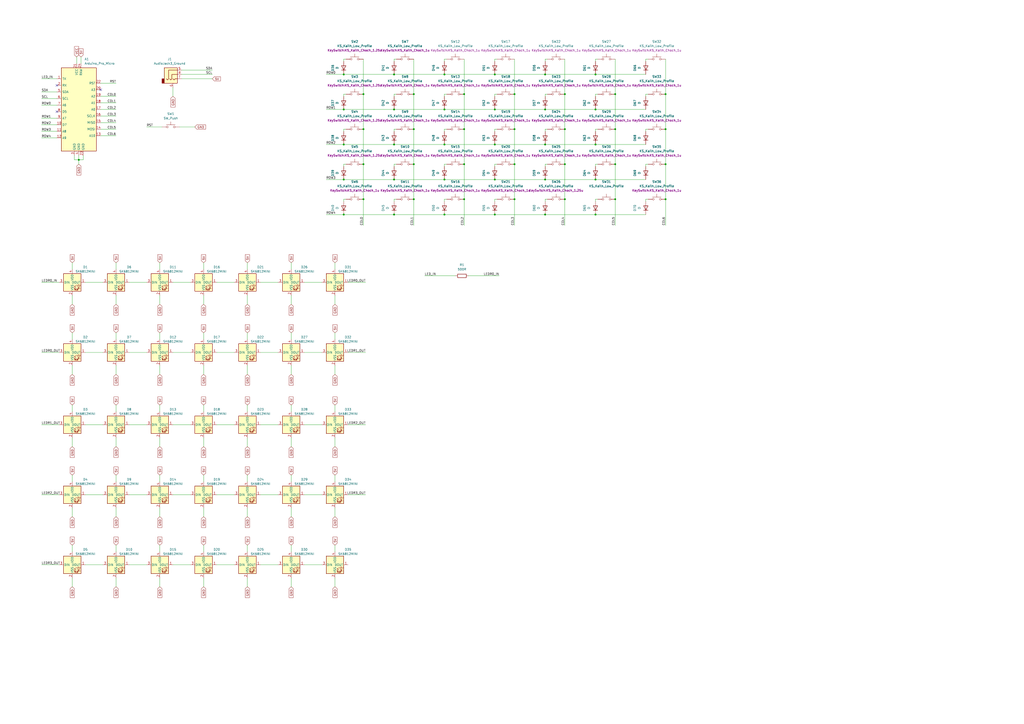
<source format=kicad_sch>
(kicad_sch (version 20211123) (generator eeschema)
  (paper "A2")
  (junction (at 228.6 43.18))
  (junction (at 257.81 43.18))
  (junction (at 327.66 74.93))
  (junction (at 345.44 124.46))
  (junction (at 199.39 104.14))
  (junction (at 228.6 83.82))
  (junction (at 210.82 115.57))
  (junction (at 316.23 83.82))
  (junction (at 269.24 54.61))
  (junction (at 287.02 83.82))
  (junction (at 199.39 124.46))
  (junction (at 240.03 74.93))
  (junction (at 287.02 124.46))
  (junction (at 316.23 43.18))
  (junction (at 386.08 74.93))
  (junction (at 327.66 115.57))
  (junction (at 345.44 83.82))
  (junction (at 228.6 63.5))
  (junction (at 257.81 63.5))
  (junction (at 199.39 43.18))
  (junction (at 210.82 74.93))
  (junction (at 257.81 104.14))
  (junction (at 327.66 95.25))
  (junction (at 240.03 95.25))
  (junction (at 345.44 63.5))
  (junction (at 345.44 43.18))
  (junction (at 356.87 74.93))
  (junction (at 269.24 74.93))
  (junction (at 298.45 54.61))
  (junction (at 327.66 54.61))
  (junction (at 228.6 104.14))
  (junction (at 345.44 104.14))
  (junction (at 287.02 104.14))
  (junction (at 257.81 124.46))
  (junction (at 298.45 115.57))
  (junction (at 298.45 74.93))
  (junction (at 316.23 104.14))
  (junction (at 228.6 124.46))
  (junction (at 316.23 124.46))
  (junction (at 316.23 63.5))
  (junction (at 386.08 115.57))
  (junction (at 356.87 115.57))
  (junction (at 269.24 95.25))
  (junction (at 356.87 54.61))
  (junction (at 287.02 43.18))
  (junction (at 356.87 95.25))
  (junction (at 257.81 83.82))
  (junction (at 287.02 63.5))
  (junction (at 240.03 54.61))
  (junction (at 199.39 83.82))
  (junction (at 298.45 95.25))
  (junction (at 45.72 92.71))
  (junction (at 210.82 95.25))
  (junction (at 386.08 54.61))
  (junction (at 199.39 63.5))
  (junction (at 210.82 54.61))
  (junction (at 240.03 115.57))
  (junction (at 269.24 115.57))
  (junction (at 386.08 95.25))
  (no_connect (at 33.02 64.77))
  (no_connect (at 58.42 52.07))
  (no_connect (at 33.02 49.53))
  (wire (pts (xy 345.44 55.88) (xy 345.44 54.61)))
  (wire (pts (xy 24.13 163.83) (xy 34.29 163.83)))
  (wire (pts (xy 118.11 234.95) (xy 118.11 238.76)))
  (wire (pts (xy 228.6 74.93) (xy 229.87 74.93)))
  (wire (pts (xy 125.73 204.47) (xy 135.89 204.47)))
  (wire (pts (xy 316.23 55.88) (xy 316.23 54.61)))
  (wire (pts (xy 105.41 40.64) (xy 123.19 40.64)))
  (wire (pts (xy 151.13 204.47) (xy 161.29 204.47)))
  (wire (pts (xy 58.42 63.5) (xy 67.31 63.5)))
  (wire (pts (xy 168.91 335.28) (xy 168.91 340.36)))
  (wire (pts (xy 199.39 54.61) (xy 200.66 54.61)))
  (wire (pts (xy 49.53 204.47) (xy 59.69 204.47)))
  (wire (pts (xy 41.91 171.45) (xy 41.91 176.53)))
  (wire (pts (xy 41.91 335.28) (xy 41.91 340.36)))
  (wire (pts (xy 327.66 115.57) (xy 327.66 130.81)))
  (wire (pts (xy 228.6 76.2) (xy 228.6 74.93)))
  (wire (pts (xy 228.6 54.61) (xy 229.87 54.61)))
  (wire (pts (xy 199.39 95.25) (xy 200.66 95.25)))
  (wire (pts (xy 386.08 54.61) (xy 386.08 74.93)))
  (wire (pts (xy 240.03 74.93) (xy 240.03 95.25)))
  (wire (pts (xy 345.44 96.52) (xy 345.44 95.25)))
  (wire (pts (xy 257.81 104.14) (xy 287.02 104.14)))
  (wire (pts (xy 24.13 204.47) (xy 34.29 204.47)))
  (wire (pts (xy 201.93 204.47) (xy 212.09 204.47)))
  (wire (pts (xy 189.23 63.5) (xy 199.39 63.5)))
  (wire (pts (xy 143.51 254) (xy 143.51 259.08)))
  (wire (pts (xy 269.24 95.25) (xy 269.24 115.57)))
  (wire (pts (xy 287.02 54.61) (xy 288.29 54.61)))
  (wire (pts (xy 298.45 34.29) (xy 298.45 54.61)))
  (wire (pts (xy 143.51 275.59) (xy 143.51 279.4)))
  (wire (pts (xy 257.81 76.2) (xy 257.81 74.93)))
  (wire (pts (xy 228.6 124.46) (xy 257.81 124.46)))
  (wire (pts (xy 45.72 92.71) (xy 48.26 92.71)))
  (wire (pts (xy 189.23 43.18) (xy 199.39 43.18)))
  (wire (pts (xy 58.42 71.12) (xy 67.31 71.12)))
  (wire (pts (xy 228.6 34.29) (xy 229.87 34.29)))
  (wire (pts (xy 298.45 74.93) (xy 298.45 95.25)))
  (wire (pts (xy 287.02 96.52) (xy 287.02 95.25)))
  (wire (pts (xy 316.23 95.25) (xy 317.5 95.25)))
  (wire (pts (xy 345.44 34.29) (xy 346.71 34.29)))
  (wire (pts (xy 257.81 96.52) (xy 257.81 95.25)))
  (wire (pts (xy 345.44 63.5) (xy 374.65 63.5)))
  (wire (pts (xy 189.23 124.46) (xy 199.39 124.46)))
  (wire (pts (xy 100.33 204.47) (xy 110.49 204.47)))
  (wire (pts (xy 176.53 204.47) (xy 186.69 204.47)))
  (wire (pts (xy 199.39 83.82) (xy 228.6 83.82)))
  (wire (pts (xy 176.53 287.02) (xy 186.69 287.02)))
  (wire (pts (xy 24.13 57.15) (xy 33.02 57.15)))
  (wire (pts (xy 143.51 294.64) (xy 143.51 299.72)))
  (wire (pts (xy 316.23 35.56) (xy 316.23 34.29)))
  (wire (pts (xy 269.24 54.61) (xy 269.24 74.93)))
  (wire (pts (xy 168.91 316.23) (xy 168.91 320.04)))
  (wire (pts (xy 345.44 124.46) (xy 374.65 124.46)))
  (wire (pts (xy 210.82 54.61) (xy 210.82 74.93)))
  (wire (pts (xy 143.51 234.95) (xy 143.51 238.76)))
  (wire (pts (xy 386.08 95.25) (xy 386.08 115.57)))
  (wire (pts (xy 194.31 171.45) (xy 194.31 176.53)))
  (wire (pts (xy 118.11 294.64) (xy 118.11 299.72)))
  (wire (pts (xy 58.42 55.88) (xy 67.31 55.88)))
  (wire (pts (xy 67.31 275.59) (xy 67.31 279.4)))
  (wire (pts (xy 41.91 316.23) (xy 41.91 320.04)))
  (wire (pts (xy 287.02 76.2) (xy 287.02 74.93)))
  (wire (pts (xy 67.31 234.95) (xy 67.31 238.76)))
  (wire (pts (xy 257.81 124.46) (xy 287.02 124.46)))
  (wire (pts (xy 345.44 95.25) (xy 346.71 95.25)))
  (wire (pts (xy 24.13 53.34) (xy 33.02 53.34)))
  (wire (pts (xy 118.11 316.23) (xy 118.11 320.04)))
  (wire (pts (xy 356.87 54.61) (xy 356.87 74.93)))
  (wire (pts (xy 74.93 163.83) (xy 85.09 163.83)))
  (wire (pts (xy 189.23 83.82) (xy 199.39 83.82)))
  (wire (pts (xy 49.53 163.83) (xy 59.69 163.83)))
  (wire (pts (xy 118.11 171.45) (xy 118.11 176.53)))
  (wire (pts (xy 67.31 316.23) (xy 67.31 320.04)))
  (wire (pts (xy 201.93 287.02) (xy 212.09 287.02)))
  (wire (pts (xy 168.91 294.64) (xy 168.91 299.72)))
  (wire (pts (xy 176.53 327.66) (xy 186.69 327.66)))
  (wire (pts (xy 24.13 76.2) (xy 33.02 76.2)))
  (wire (pts (xy 58.42 74.93) (xy 67.31 74.93)))
  (wire (pts (xy 151.13 287.02) (xy 161.29 287.02)))
  (wire (pts (xy 316.23 104.14) (xy 345.44 104.14)))
  (wire (pts (xy 194.31 294.64) (xy 194.31 299.72)))
  (wire (pts (xy 194.31 335.28) (xy 194.31 340.36)))
  (wire (pts (xy 199.39 74.93) (xy 200.66 74.93)))
  (wire (pts (xy 228.6 43.18) (xy 257.81 43.18)))
  (wire (pts (xy 74.93 246.38) (xy 85.09 246.38)))
  (wire (pts (xy 168.91 152.4) (xy 168.91 156.21)))
  (wire (pts (xy 125.73 327.66) (xy 135.89 327.66)))
  (wire (pts (xy 168.91 193.04) (xy 168.91 196.85)))
  (wire (pts (xy 287.02 63.5) (xy 316.23 63.5)))
  (wire (pts (xy 92.71 275.59) (xy 92.71 279.4)))
  (wire (pts (xy 194.31 152.4) (xy 194.31 156.21)))
  (wire (pts (xy 67.31 254) (xy 67.31 259.08)))
  (wire (pts (xy 257.81 55.88) (xy 257.81 54.61)))
  (wire (pts (xy 41.91 254) (xy 41.91 259.08)))
  (wire (pts (xy 257.81 95.25) (xy 259.08 95.25)))
  (wire (pts (xy 125.73 246.38) (xy 135.89 246.38)))
  (wire (pts (xy 143.51 171.45) (xy 143.51 176.53)))
  (wire (pts (xy 345.44 115.57) (xy 346.71 115.57)))
  (wire (pts (xy 345.44 35.56) (xy 345.44 34.29)))
  (wire (pts (xy 92.71 212.09) (xy 92.71 217.17)))
  (wire (pts (xy 45.72 92.71) (xy 45.72 95.25)))
  (wire (pts (xy 257.81 83.82) (xy 287.02 83.82)))
  (wire (pts (xy 210.82 115.57) (xy 210.82 130.81)))
  (wire (pts (xy 257.81 115.57) (xy 259.08 115.57)))
  (wire (pts (xy 151.13 327.66) (xy 161.29 327.66)))
  (wire (pts (xy 100.33 287.02) (xy 110.49 287.02)))
  (wire (pts (xy 316.23 54.61) (xy 317.5 54.61)))
  (wire (pts (xy 287.02 34.29) (xy 288.29 34.29)))
  (wire (pts (xy 100.33 50.8) (xy 100.33 55.88)))
  (wire (pts (xy 327.66 74.93) (xy 327.66 95.25)))
  (wire (pts (xy 41.91 275.59) (xy 41.91 279.4)))
  (wire (pts (xy 24.13 80.01) (xy 33.02 80.01)))
  (wire (pts (xy 58.42 78.74) (xy 67.31 78.74)))
  (wire (pts (xy 41.91 294.64) (xy 41.91 299.72)))
  (wire (pts (xy 199.39 34.29) (xy 200.66 34.29)))
  (wire (pts (xy 374.65 55.88) (xy 374.65 54.61)))
  (wire (pts (xy 24.13 72.39) (xy 33.02 72.39)))
  (wire (pts (xy 199.39 63.5) (xy 228.6 63.5)))
  (wire (pts (xy 67.31 294.64) (xy 67.31 299.72)))
  (wire (pts (xy 143.51 193.04) (xy 143.51 196.85)))
  (wire (pts (xy 240.03 54.61) (xy 240.03 74.93)))
  (wire (pts (xy 345.44 83.82) (xy 374.65 83.82)))
  (wire (pts (xy 345.44 43.18) (xy 374.65 43.18)))
  (wire (pts (xy 151.13 246.38) (xy 161.29 246.38)))
  (wire (pts (xy 316.23 124.46) (xy 345.44 124.46)))
  (wire (pts (xy 58.42 48.26) (xy 67.31 48.26)))
  (wire (pts (xy 67.31 193.04) (xy 67.31 196.85)))
  (wire (pts (xy 201.93 163.83) (xy 212.09 163.83)))
  (wire (pts (xy 287.02 35.56) (xy 287.02 34.29)))
  (wire (pts (xy 118.11 275.59) (xy 118.11 279.4)))
  (wire (pts (xy 240.03 34.29) (xy 240.03 54.61)))
  (wire (pts (xy 118.11 193.04) (xy 118.11 196.85)))
  (wire (pts (xy 100.33 327.66) (xy 110.49 327.66)))
  (wire (pts (xy 43.18 92.71) (xy 43.18 90.17)))
  (wire (pts (xy 298.45 54.61) (xy 298.45 74.93)))
  (wire (pts (xy 48.26 92.71) (xy 48.26 90.17)))
  (wire (pts (xy 100.33 163.83) (xy 110.49 163.83)))
  (wire (pts (xy 287.02 95.25) (xy 288.29 95.25)))
  (wire (pts (xy 316.23 34.29) (xy 317.5 34.29)))
  (wire (pts (xy 58.42 67.31) (xy 67.31 67.31)))
  (wire (pts (xy 74.93 327.66) (xy 85.09 327.66)))
  (wire (pts (xy 168.91 254) (xy 168.91 259.08)))
  (wire (pts (xy 257.81 43.18) (xy 287.02 43.18)))
  (wire (pts (xy 257.81 74.93) (xy 259.08 74.93)))
  (wire (pts (xy 374.65 96.52) (xy 374.65 95.25)))
  (wire (pts (xy 327.66 95.25) (xy 327.66 115.57)))
  (wire (pts (xy 201.93 246.38) (xy 212.09 246.38)))
  (wire (pts (xy 356.87 74.93) (xy 356.87 95.25)))
  (wire (pts (xy 287.02 55.88) (xy 287.02 54.61)))
  (wire (pts (xy 228.6 55.88) (xy 228.6 54.61)))
  (wire (pts (xy 316.23 76.2) (xy 316.23 74.93)))
  (wire (pts (xy 168.91 234.95) (xy 168.91 238.76)))
  (wire (pts (xy 345.44 76.2) (xy 345.44 74.93)))
  (wire (pts (xy 374.65 116.84) (xy 374.65 115.57)))
  (wire (pts (xy 176.53 246.38) (xy 186.69 246.38)))
  (wire (pts (xy 356.87 115.57) (xy 356.87 130.81)))
  (wire (pts (xy 269.24 115.57) (xy 269.24 130.81)))
  (wire (pts (xy 228.6 35.56) (xy 228.6 34.29)))
  (wire (pts (xy 345.44 104.14) (xy 374.65 104.14)))
  (wire (pts (xy 374.65 35.56) (xy 374.65 34.29)))
  (wire (pts (xy 199.39 116.84) (xy 199.39 115.57)))
  (wire (pts (xy 176.53 163.83) (xy 186.69 163.83)))
  (wire (pts (xy 374.65 76.2) (xy 374.65 74.93)))
  (wire (pts (xy 85.09 73.66) (xy 93.98 73.66)))
  (wire (pts (xy 287.02 104.14) (xy 316.23 104.14)))
  (wire (pts (xy 269.24 34.29) (xy 269.24 54.61)))
  (wire (pts (xy 45.72 90.17) (xy 45.72 92.71)))
  (wire (pts (xy 45.72 92.71) (xy 43.18 92.71)))
  (wire (pts (xy 24.13 68.58) (xy 33.02 68.58)))
  (wire (pts (xy 92.71 234.95) (xy 92.71 238.76)))
  (wire (pts (xy 168.91 275.59) (xy 168.91 279.4)))
  (wire (pts (xy 287.02 43.18) (xy 316.23 43.18)))
  (wire (pts (xy 199.39 115.57) (xy 200.66 115.57)))
  (wire (pts (xy 143.51 152.4) (xy 143.51 156.21)))
  (wire (pts (xy 287.02 74.93) (xy 288.29 74.93)))
  (wire (pts (xy 168.91 171.45) (xy 168.91 176.53)))
  (wire (pts (xy 257.81 54.61) (xy 259.08 54.61)))
  (wire (pts (xy 199.39 104.14) (xy 228.6 104.14)))
  (wire (pts (xy 74.93 204.47) (xy 85.09 204.47)))
  (wire (pts (xy 374.65 74.93) (xy 375.92 74.93)))
  (wire (pts (xy 49.53 246.38) (xy 59.69 246.38)))
  (wire (pts (xy 92.71 254) (xy 92.71 259.08)))
  (wire (pts (xy 257.81 63.5) (xy 287.02 63.5)))
  (wire (pts (xy 345.44 74.93) (xy 346.71 74.93)))
  (wire (pts (xy 257.81 35.56) (xy 257.81 34.29)))
  (wire (pts (xy 298.45 115.57) (xy 298.45 130.81)))
  (wire (pts (xy 92.71 294.64) (xy 92.71 299.72)))
  (wire (pts (xy 287.02 115.57) (xy 288.29 115.57)))
  (wire (pts (xy 228.6 116.84) (xy 228.6 115.57)))
  (wire (pts (xy 199.39 124.46) (xy 228.6 124.46)))
  (wire (pts (xy 143.51 212.09) (xy 143.51 217.17)))
  (wire (pts (xy 67.31 152.4) (xy 67.31 156.21)))
  (wire (pts (xy 118.11 254) (xy 118.11 259.08)))
  (wire (pts (xy 316.23 116.84) (xy 316.23 115.57)))
  (wire (pts (xy 228.6 83.82) (xy 257.81 83.82)))
  (wire (pts (xy 386.08 34.29) (xy 386.08 54.61)))
  (wire (pts (xy 74.93 287.02) (xy 85.09 287.02)))
  (wire (pts (xy 92.71 335.28) (xy 92.71 340.36)))
  (wire (pts (xy 199.39 96.52) (xy 199.39 95.25)))
  (wire (pts (xy 44.45 33.02) (xy 44.45 36.83)))
  (wire (pts (xy 24.13 45.72) (xy 33.02 45.72)))
  (wire (pts (xy 24.13 60.96) (xy 33.02 60.96)))
  (wire (pts (xy 189.23 104.14) (xy 199.39 104.14)))
  (wire (pts (xy 271.78 160.02) (xy 289.56 160.02)))
  (wire (pts (xy 24.13 246.38) (xy 34.29 246.38)))
  (wire (pts (xy 100.33 246.38) (xy 110.49 246.38)))
  (wire (pts (xy 58.42 59.69) (xy 67.31 59.69)))
  (wire (pts (xy 386.08 74.93) (xy 386.08 95.25)))
  (wire (pts (xy 228.6 115.57) (xy 229.87 115.57)))
  (wire (pts (xy 386.08 115.57) (xy 386.08 130.81)))
  (wire (pts (xy 210.82 34.29) (xy 210.82 54.61)))
  (wire (pts (xy 210.82 74.93) (xy 210.82 95.25)))
  (wire (pts (xy 194.31 254) (xy 194.31 259.08)))
  (wire (pts (xy 118.11 335.28) (xy 118.11 340.36)))
  (wire (pts (xy 143.51 316.23) (xy 143.51 320.04)))
  (wire (pts (xy 298.45 95.25) (xy 298.45 115.57)))
  (wire (pts (xy 118.11 152.4) (xy 118.11 156.21)))
  (wire (pts (xy 374.65 34.29) (xy 375.92 34.29)))
  (wire (pts (xy 199.39 35.56) (xy 199.39 34.29)))
  (wire (pts (xy 257.81 116.84) (xy 257.81 115.57)))
  (wire (pts (xy 118.11 212.09) (xy 118.11 217.17)))
  (wire (pts (xy 194.31 212.09) (xy 194.31 217.17)))
  (wire (pts (xy 374.65 115.57) (xy 375.92 115.57)))
  (wire (pts (xy 316.23 83.82) (xy 345.44 83.82)))
  (wire (pts (xy 228.6 95.25) (xy 229.87 95.25)))
  (wire (pts (xy 92.71 316.23) (xy 92.71 320.04)))
  (wire (pts (xy 194.31 234.95) (xy 194.31 238.76)))
  (wire (pts (xy 194.31 193.04) (xy 194.31 196.85)))
  (wire (pts (xy 49.53 327.66) (xy 59.69 327.66)))
  (wire (pts (xy 41.91 234.95) (xy 41.91 238.76)))
  (wire (pts (xy 41.91 212.09) (xy 41.91 217.17)))
  (wire (pts (xy 194.31 316.23) (xy 194.31 320.04)))
  (wire (pts (xy 257.81 34.29) (xy 259.08 34.29)))
  (wire (pts (xy 287.02 124.46) (xy 316.23 124.46)))
  (wire (pts (xy 92.71 171.45) (xy 92.71 176.53)))
  (wire (pts (xy 240.03 95.25) (xy 240.03 115.57)))
  (wire (pts (xy 41.91 193.04) (xy 41.91 196.85)))
  (wire (pts (xy 345.44 116.84) (xy 345.44 115.57)))
  (wire (pts (xy 24.13 287.02) (xy 34.29 287.02)))
  (wire (pts (xy 246.38 160.02) (xy 264.16 160.02)))
  (wire (pts (xy 67.31 171.45) (xy 67.31 176.53)))
  (wire (pts (xy 228.6 104.14) (xy 257.81 104.14)))
  (wire (pts (xy 316.23 43.18) (xy 345.44 43.18)))
  (wire (pts (xy 105.41 45.72) (xy 123.19 45.72)))
  (wire (pts (xy 210.82 95.25) (xy 210.82 115.57)))
  (wire (pts (xy 356.87 95.25) (xy 356.87 115.57)))
  (wire (pts (xy 49.53 287.02) (xy 59.69 287.02)))
  (wire (pts (xy 327.66 54.61) (xy 327.66 74.93)))
  (wire (pts (xy 374.65 54.61) (xy 375.92 54.61)))
  (wire (pts (xy 327.66 34.29) (xy 327.66 54.61)))
  (wire (pts (xy 92.71 152.4) (xy 92.71 156.21)))
  (wire (pts (xy 269.24 74.93) (xy 269.24 95.25)))
  (wire (pts (xy 316.23 115.57) (xy 317.5 115.57)))
  (wire (pts (xy 143.51 335.28) (xy 143.51 340.36)))
  (wire (pts (xy 41.91 152.4) (xy 41.91 156.21)))
  (wire (pts (xy 46.99 33.02) (xy 46.99 36.83)))
  (wire (pts (xy 287.02 83.82) (xy 316.23 83.82)))
  (wire (pts (xy 104.14 73.66) (xy 113.03 73.66)))
  (wire (pts (xy 287.02 116.84) (xy 287.02 115.57)))
  (wire (pts (xy 374.65 95.25) (xy 375.92 95.25)))
  (wire (pts (xy 24.13 327.66) (xy 34.29 327.66)))
  (wire (pts (xy 316.23 63.5) (xy 345.44 63.5)))
  (wire (pts (xy 356.87 34.29) (xy 356.87 54.61)))
  (wire (pts (xy 345.44 54.61) (xy 346.71 54.61)))
  (wire (pts (xy 151.13 163.83) (xy 161.29 163.83)))
  (wire (pts (xy 316.23 96.52) (xy 316.23 95.25)))
  (wire (pts (xy 105.41 43.18) (xy 123.19 43.18)))
  (wire (pts (xy 125.73 287.02) (xy 135.89 287.02)))
  (wire (pts (xy 228.6 96.52) (xy 228.6 95.25)))
  (wire (pts (xy 67.31 212.09) (xy 67.31 217.17)))
  (wire (pts (xy 199.39 43.18) (xy 228.6 43.18)))
  (wire (pts (xy 168.91 212.09) (xy 168.91 217.17)))
  (wire (pts (xy 199.39 76.2) (xy 199.39 74.93)))
  (wire (pts (xy 228.6 63.5) (xy 257.81 63.5)))
  (wire (pts (xy 67.31 335.28) (xy 67.31 340.36)))
  (wire (pts (xy 316.23 74.93) (xy 317.5 74.93)))
  (wire (pts (xy 199.39 55.88) (xy 199.39 54.61)))
  (wire (pts (xy 125.73 163.83) (xy 135.89 163.83)))
  (wire (pts (xy 92.71 193.04) (xy 92.71 196.85)))
  (wire (pts (xy 240.03 115.57) (xy 240.03 130.81)))
  (wire (pts (xy 194.31 275.59) (xy 194.31 279.4)))
  (label "ROW0" (at 24.13 60.96 0))
  (label "ROW0" (at 189.23 43.18 0))
  (label "LEDR1_OUT" (at 212.09 204.47 180))
  (label "RST" (at 67.31 48.26 180))
  (label "LEDR2_OUT" (at 212.09 246.38 180))
  (label "ROW1" (at 24.13 68.58 0))
  (label "COL5" (at 356.87 130.81 90))
  (label "COL4" (at 327.66 130.81 90))
  (label "COL1" (at 240.03 130.81 90))
  (label "LED_IN" (at 246.38 160.02 0))
  (label "COL6" (at 386.08 130.81 90))
  (label "LEDR0_IN" (at 289.56 160.02 180))
  (label "SDA" (at 24.13 53.34 0))
  (label "LEDR0_IN" (at 24.13 163.83 0))
  (label "SDA" (at 123.19 40.64 180))
  (label "LEDR3_OUT" (at 212.09 287.02 180))
  (label "COL1" (at 67.31 59.69 180))
  (label "COL0" (at 210.82 130.81 90))
  (label "LEDR0_OUT" (at 212.09 163.83 180))
  (label "COL2" (at 67.31 63.5 180))
  (label "LEDR3_OUT" (at 24.13 327.66 0))
  (label "RST" (at 85.09 73.66 0))
  (label "ROW2" (at 189.23 83.82 0))
  (label "ROW4" (at 189.23 124.46 0))
  (label "ROW3" (at 24.13 76.2 0))
  (label "ROW4" (at 24.13 80.01 0))
  (label "COL3" (at 298.45 130.81 90))
  (label "COL6" (at 67.31 78.74 180))
  (label "ROW1" (at 189.23 63.5 0))
  (label "LEDR1_OUT" (at 24.13 246.38 0))
  (label "LED_IN" (at 24.13 45.72 0))
  (label "LEDR0_OUT" (at 24.13 204.47 0))
  (label "COL4" (at 67.31 71.12 180))
  (label "COL3" (at 67.31 67.31 180))
  (label "COL2" (at 269.24 130.81 90))
  (label "LEDR2_OUT" (at 24.13 287.02 0))
  (label "SCL" (at 24.13 57.15 0))
  (label "ROW2" (at 24.13 72.39 0))
  (label "COL5" (at 67.31 74.93 180))
  (label "COL0" (at 67.31 55.88 180))
  (label "ROW3" (at 189.23 104.14 0))
  (label "SCL" (at 123.19 43.18 180))
  (global_label "5V" (shape input) (at 67.31 275.59 90) (property "Intersheet References" "${INTERSHEET_REFS}" (effects hide)))
  (global_label "GND" (shape input) (at 118.11 299.72 270) (property "Intersheet References" "${INTERSHEET_REFS}" (effects hide)))
  (global_label "5V" (shape input) (at 67.31 152.4 90) (property "Intersheet References" "${INTERSHEET_REFS}" (effects hide)))
  (global_label "5V" (shape input) (at 143.51 193.04 90) (property "Intersheet References" "${INTERSHEET_REFS}" (effects hide)))
  (global_label "5V" (shape input) (at 143.51 316.23 90) (property "Intersheet References" "${INTERSHEET_REFS}" (effects hide)))
  (global_label "5V" (shape input) (at 194.31 316.23 90) (property "Intersheet References" "${INTERSHEET_REFS}" (effects hide)))
  (global_label "5V" (shape input) (at 194.31 234.95 90) (property "Intersheet References" "${INTERSHEET_REFS}" (effects hide)))
  (global_label "GND" (shape input) (at 92.71 340.36 270) (property "Intersheet References" "${INTERSHEET_REFS}" (effects hide)))
  (global_label "5V" (shape input) (at 92.71 316.23 90) (property "Intersheet References" "${INTERSHEET_REFS}" (effects hide)))
  (global_label "GND" (shape input) (at 194.31 340.36 270) (property "Intersheet References" "${INTERSHEET_REFS}" (effects hide)))
  (global_label "GND" (shape input) (at 168.91 340.36 270) (property "Intersheet References" "${INTERSHEET_REFS}" (effects hide)))
  (global_label "GND" (shape input) (at 194.31 259.08 270) (property "Intersheet References" "${INTERSHEET_REFS}" (effects hide)))
  (global_label "5V" (shape input) (at 118.11 316.23 90) (property "Intersheet References" "${INTERSHEET_REFS}" (effects hide)))
  (global_label "5V" (shape input) (at 46.99 33.02 90) (property "Intersheet References" "${INTERSHEET_REFS}" (effects hide)))
  (global_label "5V" (shape input) (at 41.91 275.59 90) (property "Intersheet References" "${INTERSHEET_REFS}" (effects hide)))
  (global_label "5V" (shape input) (at 118.11 275.59 90) (property "Intersheet References" "${INTERSHEET_REFS}" (effects hide)))
  (global_label "GND" (shape input) (at 92.71 299.72 270) (property "Intersheet References" "${INTERSHEET_REFS}" (effects hide)))
  (global_label "5V" (shape input) (at 143.51 275.59 90) (property "Intersheet References" "${INTERSHEET_REFS}" (effects hide)))
  (global_label "GND" (shape input) (at 67.31 176.53 270) (property "Intersheet References" "${INTERSHEET_REFS}" (effects hide)))
  (global_label "GND" (shape input) (at 168.91 299.72 270) (property "Intersheet References" "${INTERSHEET_REFS}" (effects hide)))
  (global_label "GND" (shape input) (at 118.11 259.08 270) (property "Intersheet References" "${INTERSHEET_REFS}" (effects hide)))
  (global_label "GND" (shape input) (at 92.71 176.53 270) (property "Intersheet References" "${INTERSHEET_REFS}" (effects hide)))
  (global_label "5V" (shape input) (at 168.91 316.23 90) (property "Intersheet References" "${INTERSHEET_REFS}" (effects hide)))
  (global_label "5V" (shape input) (at 168.91 152.4 90) (property "Intersheet References" "${INTERSHEET_REFS}" (effects hide)))
  (global_label "GND" (shape input) (at 168.91 217.17 270) (property "Intersheet References" "${INTERSHEET_REFS}" (effects hide)))
  (global_label "5V" (shape input) (at 41.91 316.23 90) (property "Intersheet References" "${INTERSHEET_REFS}" (effects hide)))
  (global_label "5V" (shape input) (at 92.71 193.04 90) (property "Intersheet References" "${INTERSHEET_REFS}" (effects hide)))
  (global_label "GND" (shape input) (at 143.51 259.08 270) (property "Intersheet References" "${INTERSHEET_REFS}" (effects hide)))
  (global_label "GND" (shape input) (at 118.11 340.36 270) (property "Intersheet References" "${INTERSHEET_REFS}" (effects hide)))
  (global_label "GND" (shape input) (at 143.51 217.17 270) (property "Intersheet References" "${INTERSHEET_REFS}" (effects hide)))
  (global_label "5V" (shape input) (at 92.71 152.4 90) (property "Intersheet References" "${INTERSHEET_REFS}" (effects hide)))
  (global_label "GND" (shape input) (at 92.71 217.17 270) (property "Intersheet References" "${INTERSHEET_REFS}" (effects hide)))
  (global_label "GND" (shape input) (at 168.91 176.53 270) (property "Intersheet References" "${INTERSHEET_REFS}" (effects hide)))
  (global_label "GND" (shape input) (at 67.31 217.17 270) (property "Intersheet References" "${INTERSHEET_REFS}" (effects hide)))
  (global_label "5V" (shape input) (at 92.71 275.59 90) (property "Intersheet References" "${INTERSHEET_REFS}" (effects hide)))
  (global_label "GND" (shape input) (at 194.31 217.17 270) (property "Intersheet References" "${INTERSHEET_REFS}" (effects hide)))
  (global_label "5V" (shape input) (at 168.91 234.95 90) (property "Intersheet References" "${INTERSHEET_REFS}" (effects hide)))
  (global_label "5V" (shape input) (at 123.19 45.72 0) (property "Intersheet References" "${INTERSHEET_REFS}" (effects hide)))
  (global_label "5V" (shape input) (at 41.91 152.4 90) (property "Intersheet References" "${INTERSHEET_REFS}" (effects hide)))
  (global_label "5V" (shape input) (at 118.11 193.04 90) (property "Intersheet References" "${INTERSHEET_REFS}" (effects hide)))
  (global_label "GND" (shape input) (at 41.91 340.36 270) (property "Intersheet References" "${INTERSHEET_REFS}" (effects hide)))
  (global_label "GND" (shape input) (at 118.11 217.17 270) (property "Intersheet References" "${INTERSHEET_REFS}" (effects hide)))
  (global_label "5V" (shape input) (at 194.31 275.59 90) (property "Intersheet References" "${INTERSHEET_REFS}" (effects hide)))
  (global_label "GND" (shape input) (at 67.31 340.36 270) (property "Intersheet References" "${INTERSHEET_REFS}" (effects hide)))
  (global_label "5V" (shape input) (at 41.91 193.04 90) (property "Intersheet References" "${INTERSHEET_REFS}" (effects hide)))
  (global_label "GND" (shape input) (at 143.51 176.53 270) (property "Intersheet References" "${INTERSHEET_REFS}" (effects hide)))
  (global_label "5V" (shape input) (at 168.91 275.59 90) (property "Intersheet References" "${INTERSHEET_REFS}" (effects hide)))
  (global_label "GND" (shape input) (at 143.51 340.36 270) (property "Intersheet References" "${INTERSHEET_REFS}" (effects hide)))
  (global_label "5V" (shape input) (at 41.91 234.95 90) (property "Intersheet References" "${INTERSHEET_REFS}" (effects hide)))
  (global_label "5V" (shape input) (at 168.91 193.04 90) (property "Intersheet References" "${INTERSHEET_REFS}" (effects hide)))
  (global_label "5V" (shape input) (at 67.31 234.95 90) (property "Intersheet References" "${INTERSHEET_REFS}" (effects hide)))
  (global_label "GND" (shape input) (at 143.51 299.72 270) (property "Intersheet References" "${INTERSHEET_REFS}" (effects hide)))
  (global_label "GND" (shape input) (at 100.33 55.88 270) (property "Intersheet References" "${INTERSHEET_REFS}" (effects hide)))
  (global_label "5V" (shape input) (at 194.31 193.04 90) (property "Intersheet References" "${INTERSHEET_REFS}" (effects hide)))
  (global_label "5V" (shape input) (at 67.31 193.04 90) (property "Intersheet References" "${INTERSHEET_REFS}" (effects hide)))
  (global_label "5V" (shape input) (at 118.11 234.95 90) (property "Intersheet References" "${INTERSHEET_REFS}" (effects hide)))
  (global_label "GND" (shape input) (at 41.91 259.08 270) (property "Intersheet References" "${INTERSHEET_REFS}" (effects hide)))
  (global_label "5V" (shape input) (at 143.51 152.4 90) (property "Intersheet References" "${INTERSHEET_REFS}" (effects hide)))
  (global_label "GND" (shape input) (at 41.91 299.72 270) (property "Intersheet References" "${INTERSHEET_REFS}" (effects hide)))
  (global_label "5V" (shape input) (at 194.31 152.4 90) (property "Intersheet References" "${INTERSHEET_REFS}" (effects hide)))
  (global_label "GND" (shape input) (at 45.72 95.25 270) (property "Intersheet References" "${INTERSHEET_REFS}" (effects hide)))
  (global_label "GND" (shape input) (at 67.31 259.08 270) (property "Intersheet References" "${INTERSHEET_REFS}" (effects hide)))
  (global_label "VCC" (shape input) (at 44.45 33.02 90) (property "Intersheet References" "${INTERSHEET_REFS}" (effects hide)))
  (global_label "GND" (shape input) (at 92.71 259.08 270) (property "Intersheet References" "${INTERSHEET_REFS}" (effects hide)))
  (global_label "GND" (shape input) (at 113.03 73.66 0) (property "Intersheet References" "${INTERSHEET_REFS}" (effects hide)))
  (global_label "GND" (shape input) (at 41.91 176.53 270) (property "Intersheet References" "${INTERSHEET_REFS}" (effects hide)))
  (global_label "5V" (shape input) (at 118.11 152.4 90) (property "Intersheet References" "${INTERSHEET_REFS}" (effects hide)))
  (global_label "5V" (shape input) (at 143.51 234.95 90) (property "Intersheet References" "${INTERSHEET_REFS}" (effects hide)))
  (global_label "GND" (shape input) (at 118.11 176.53 270) (property "Intersheet References" "${INTERSHEET_REFS}" (effects hide)))
  (global_label "5V" (shape input) (at 67.31 316.23 90) (property "Intersheet References" "${INTERSHEET_REFS}" (effects hide)))
  (global_label "GND" (shape input) (at 194.31 299.72 270) (property "Intersheet References" "${INTERSHEET_REFS}" (effects hide)))
  (global_label "5V" (shape input) (at 92.71 234.95 90) (property "Intersheet References" "${INTERSHEET_REFS}" (effects hide)))
  (global_label "GND" (shape input) (at 41.91 217.17 270) (property "Intersheet References" "${INTERSHEET_REFS}" (effects hide)))
  (global_label "GND" (shape input) (at 67.31 299.72 270) (property "Intersheet References" "${INTERSHEET_REFS}" (effects hide)))
  (global_label "GND" (shape input) (at 194.31 176.53 270) (property "Intersheet References" "${INTERSHEET_REFS}" (effects hide)))
  (global_label "GND" (shape input) (at 168.91 259.08 270) (property "Intersheet References" "${INTERSHEET_REFS}" (effects hide)))
  (symbol (lib_id "Device:D") (at 257.81 80.01 90) (unit 1)
    (property "Reference" "D48" (at 251.46 80.01 0))
    (property "Value" "D" (at 254 80.01 0))
    (property "Footprint" "Diode_SMD:D_SOD-123" (effects hide))
  )
  (symbol (lib_id "LED:SK6812MINI") (at 92.71 204.47 0) (unit 1)
    (property "Reference" "D12" (at 100.33 195.58 0))
    (property "Value" "SK6812MINI" (at 100.33 198.12 0))
    (property "Footprint" "LED_SMD_Custom:SK6812-MINI-E" (effects hide))
    (property "Datasheet" "https://cdn-shop.adafruit.com/product-files/2686/SK6812MINI_REV.01-1-2.pdf" (effects hide))
  )
  (symbol (lib_id "Device:D") (at 257.81 39.37 90) (unit 1)
    (property "Reference" "D46" (at 251.46 39.37 0))
    (property "Value" "D" (at 254 39.37 0))
    (property "Footprint" "Diode_SMD:D_SOD-123" (effects hide))
  )
  (symbol (lib_id "LED:SK6812MINI") (at 67.31 287.02 0) (unit 1)
    (property "Reference" "D9" (at 74.93 278.13 0))
    (property "Value" "SK6812MINI" (at 74.93 280.67 0))
    (property "Footprint" "LED_SMD_Custom:SK6812-MINI-E" (effects hide))
    (property "Datasheet" "https://cdn-shop.adafruit.com/product-files/2686/SK6812MINI_REV.01-1-2.pdf" (effects hide))
  )
  (symbol (lib_id "KeySwitch:KS_Kailh_Low_Profile") (at 351.79 95.25 0) (unit 1)
    (property "Reference" "SW30" (at 351.79 85.09 0))
    (property "Value" "KS_Kailh_Low_Profile" (at 351.79 87.63 0))
    (property "Footprint" "KeySwitch:KS_Kailh_Choch_1u" (at 351.79 90.17 0))
  )
  (symbol (lib_id "Device:D") (at 257.81 100.33 90) (unit 1)
    (property "Reference" "D49" (at 251.46 100.33 0))
    (property "Value" "D" (at 254 100.33 0))
    (property "Footprint" "Diode_SMD:D_SOD-123" (effects hide))
  )
  (symbol (lib_id "Device:D") (at 228.6 59.69 90) (unit 1)
    (property "Reference" "D42" (at 222.25 59.69 0))
    (property "Value" "D" (at 224.79 59.69 0))
    (property "Footprint" "Diode_SMD:D_SOD-123" (effects hide))
  )
  (symbol (lib_id "Connector:AudioJack3_Ground") (at 100.33 43.18 0) (unit 1)
    (property "Reference" "J1" (at 98.425 34.29 0))
    (property "Value" "AudioJack3_Ground" (at 98.425 36.83 0))
    (property "Footprint" "Connector_Audio_Custom:TRRS-PJ-320A" (effects hide))
  )
  (symbol (lib_id "LED:SK6812MINI") (at 118.11 287.02 0) (unit 1)
    (property "Reference" "D19" (at 125.73 278.13 0))
    (property "Value" "SK6812MINI" (at 125.73 280.67 0))
    (property "Footprint" "LED_SMD_Custom:SK6812-MINI-E" (effects hide))
    (property "Datasheet" "https://cdn-shop.adafruit.com/product-files/2686/SK6812MINI_REV.01-1-2.pdf" (effects hide))
  )
  (symbol (lib_id "Device:D") (at 199.39 80.01 90) (unit 1)
    (property "Reference" "D38" (at 193.04 80.01 0))
    (property "Value" "D" (at 195.58 80.01 0))
    (property "Footprint" "Diode_SMD:D_SOD-123" (effects hide))
  )
  (symbol (lib_id "Device:D") (at 287.02 39.37 90) (unit 1)
    (property "Reference" "D51" (at 280.67 39.37 0))
    (property "Value" "D" (at 283.21 39.37 0))
    (property "Footprint" "Diode_SMD:D_SOD-123" (effects hide))
  )
  (symbol (lib_id "LED:SK6812MINI") (at 67.31 204.47 0) (unit 1)
    (property "Reference" "D7" (at 74.93 195.58 0))
    (property "Value" "SK6812MINI" (at 74.93 198.12 0))
    (property "Footprint" "LED_SMD_Custom:SK6812-MINI-E" (effects hide))
    (property "Datasheet" "https://cdn-shop.adafruit.com/product-files/2686/SK6812MINI_REV.01-1-2.pdf" (effects hide))
  )
  (symbol (lib_id "LED:SK6812MINI") (at 118.11 204.47 0) (unit 1)
    (property "Reference" "D17" (at 125.73 195.58 0))
    (property "Value" "SK6812MINI" (at 125.73 198.12 0))
    (property "Footprint" "LED_SMD_Custom:SK6812-MINI-E" (effects hide))
    (property "Datasheet" "https://cdn-shop.adafruit.com/product-files/2686/SK6812MINI_REV.01-1-2.pdf" (effects hide))
  )
  (symbol (lib_id "KeySwitch:KS_Kailh_Low_Profile") (at 322.58 95.25 0) (unit 1)
    (property "Reference" "SW25" (at 322.58 85.09 0))
    (property "Value" "KS_Kailh_Low_Profile" (at 322.58 87.63 0))
    (property "Footprint" "KeySwitch:KS_Kailh_Choch_1u" (at 322.58 90.17 0))
  )
  (symbol (lib_id "LED:SK6812MINI") (at 194.31 246.38 0) (unit 1)
    (property "Reference" "D33" (at 201.93 237.49 0))
    (property "Value" "SK6812MINI" (at 201.93 240.03 0))
    (property "Footprint" "LED_SMD_Custom:SK6812-MINI-E" (effects hide))
    (property "Datasheet" "https://cdn-shop.adafruit.com/product-files/2686/SK6812MINI_REV.01-1-2.pdf" (effects hide))
  )
  (symbol (lib_id "KeySwitch:KS_Kailh_Low_Profile") (at 351.79 115.57 0) (unit 1)
    (property "Reference" "SW31" (at 351.79 105.41 0))
    (property "Value" "KS_Kailh_Low_Profile" (at 351.79 107.95 0))
    (property "Footprint" "KeySwitch:KS_Kailh_Choch_1u" (at 351.79 110.49 0) (effects (font (size 0 0))))
  )
  (symbol (lib_id "LED:SK6812MINI") (at 143.51 163.83 0) (unit 1)
    (property "Reference" "D21" (at 151.13 154.94 0))
    (property "Value" "SK6812MINI" (at 151.13 157.48 0))
    (property "Footprint" "LED_SMD_Custom:SK6812-MINI-E" (effects hide))
    (property "Datasheet" "https://cdn-shop.adafruit.com/product-files/2686/SK6812MINI_REV.01-1-2.pdf" (effects hide))
  )
  (symbol (lib_id "Device:D") (at 199.39 100.33 90) (unit 1)
    (property "Reference" "D39" (at 193.04 100.33 0))
    (property "Value" "D" (at 195.58 100.33 0))
    (property "Footprint" "Diode_SMD:D_SOD-123" (effects hide))
  )
  (symbol (lib_id "Device:D") (at 287.02 100.33 90) (unit 1)
    (property "Reference" "D54" (at 280.67 100.33 0))
    (property "Value" "D" (at 283.21 100.33 0))
    (property "Footprint" "Diode_SMD:D_SOD-123" (effects hide))
  )
  (symbol (lib_id "KeySwitch:KS_Kailh_Low_Profile") (at 264.16 54.61 0) (unit 1)
    (property "Reference" "SW13" (at 264.16 44.45 0))
    (property "Value" "KS_Kailh_Low_Profile" (at 264.16 46.99 0))
    (property "Footprint" "KeySwitch:KS_Kailh_Choch_1u" (at 264.16 49.53 0))
  )
  (symbol (lib_id "LED:SK6812MINI") (at 41.91 163.83 0) (unit 1)
    (property "Reference" "D1" (at 49.53 154.94 0))
    (property "Value" "SK6812MINI" (at 49.53 157.48 0))
    (property "Footprint" "LED_SMD_Custom:SK6812-MINI-E" (effects hide))
    (property "Datasheet" "https://cdn-shop.adafruit.com/product-files/2686/SK6812MINI_REV.01-1-2.pdf" (effects hide))
  )
  (symbol (lib_id "LED:SK6812MINI") (at 168.91 327.66 0) (unit 1)
    (property "Reference" "D30" (at 176.53 318.77 0))
    (property "Value" "SK6812MINI" (at 176.53 321.31 0))
    (property "Footprint" "LED_SMD_Custom:SK6812-MINI-E" (effects hide))
    (property "Datasheet" "https://cdn-shop.adafruit.com/product-files/2686/SK6812MINI_REV.01-1-2.pdf" (effects hide))
  )
  (symbol (lib_id "Device:D") (at 374.65 120.65 90) (unit 1)
    (property "Reference" "D70" (at 368.3 120.65 0))
    (property "Value" "D" (at 370.84 120.65 0))
    (property "Footprint" "Diode_SMD:D_SOD-123" (effects hide))
  )
  (symbol (lib_id "LED:SK6812MINI") (at 118.11 163.83 0) (unit 1)
    (property "Reference" "D16" (at 125.73 154.94 0))
    (property "Value" "SK6812MINI" (at 125.73 157.48 0))
    (property "Footprint" "LED_SMD_Custom:SK6812-MINI-E" (effects hide))
    (property "Datasheet" "https://cdn-shop.adafruit.com/product-files/2686/SK6812MINI_REV.01-1-2.pdf" (effects hide))
  )
  (symbol (lib_id "LED:SK6812MINI") (at 41.91 327.66 0) (unit 1)
    (property "Reference" "D5" (at 49.53 318.77 0))
    (property "Value" "SK6812MINI" (at 49.53 321.31 0))
    (property "Footprint" "LED_SMD_Custom:SK6812-MINI-E" (effects hide))
    (property "Datasheet" "https://cdn-shop.adafruit.com/product-files/2686/SK6812MINI_REV.01-1-2.pdf" (effects hide))
  )
  (symbol (lib_id "LED:SK6812MINI") (at 168.91 246.38 0) (unit 1)
    (property "Reference" "D28" (at 176.53 237.49 0))
    (property "Value" "SK6812MINI" (at 176.53 240.03 0))
    (property "Footprint" "LED_SMD_Custom:SK6812-MINI-E" (effects hide))
    (property "Datasheet" "https://cdn-shop.adafruit.com/product-files/2686/SK6812MINI_REV.01-1-2.pdf" (effects hide))
  )
  (symbol (lib_id "LED:SK6812MINI") (at 92.71 246.38 0) (unit 1)
    (property "Reference" "D13" (at 100.33 237.49 0))
    (property "Value" "SK6812MINI" (at 100.33 240.03 0))
    (property "Footprint" "LED_SMD_Custom:SK6812-MINI-E" (effects hide))
    (property "Datasheet" "https://cdn-shop.adafruit.com/product-files/2686/SK6812MINI_REV.01-1-2.pdf" (effects hide))
  )
  (symbol (lib_id "Device:D") (at 345.44 39.37 90) (unit 1)
    (property "Reference" "D61" (at 339.09 39.37 0))
    (property "Value" "D" (at 341.63 39.37 0))
    (property "Footprint" "Diode_SMD:D_SOD-123" (effects hide))
  )
  (symbol (lib_id "Device:D") (at 345.44 120.65 90) (unit 1)
    (property "Reference" "D65" (at 339.09 120.65 0))
    (property "Value" "D" (at 341.63 120.65 0))
    (property "Footprint" "Diode_SMD:D_SOD-123" (effects hide))
  )
  (symbol (lib_id "KeySwitch:KS_Kailh_Low_Profile") (at 293.37 54.61 0) (unit 1)
    (property "Reference" "SW18" (at 293.37 44.45 0))
    (property "Value" "KS_Kailh_Low_Profile" (at 293.37 46.99 0))
    (property "Footprint" "KeySwitch:KS_Kailh_Choch_1u" (at 293.37 49.53 0))
  )
  (symbol (lib_id "Device:D") (at 199.39 59.69 90) (unit 1)
    (property "Reference" "D37" (at 193.04 59.69 0))
    (property "Value" "D" (at 195.58 59.69 0))
    (property "Footprint" "Diode_SMD:D_SOD-123" (effects hide))
  )
  (symbol (lib_id "Switch:SW_Push") (at 99.06 73.66 0) (unit 1)
    (property "Reference" "SW1" (at 99.06 66.04 0))
    (property "Value" "SW_Push" (at 99.06 68.58 0))
    (property "Footprint" "Button_Switch_THT:SW_PUSH_6mm_H4.3mm" (effects hide))
  )
  (symbol (lib_id "KeySwitch:KS_Kailh_Low_Profile") (at 234.95 115.57 0) (unit 1)
    (property "Reference" "SW11" (at 234.95 105.41 0))
    (property "Value" "KS_Kailh_Low_Profile" (at 234.95 107.95 0))
    (property "Footprint" "KeySwitch:KS_Kailh_Choch_1u" (at 234.95 110.49 0))
  )
  (symbol (lib_id "Device:D") (at 287.02 120.65 90) (unit 1)
    (property "Reference" "D55" (at 280.67 120.65 0))
    (property "Value" "D" (at 283.21 120.65 0))
    (property "Footprint" "Diode_SMD:D_SOD-123" (effects hide))
  )
  (symbol (lib_id "Device:D") (at 287.02 80.01 90) (unit 1)
    (property "Reference" "D53" (at 280.67 80.01 0))
    (property "Value" "D" (at 283.21 80.01 0))
    (property "Footprint" "Diode_SMD:D_SOD-123" (effects hide))
  )
  (symbol (lib_id "LED:SK6812MINI") (at 92.71 163.83 0) (unit 1)
    (property "Reference" "D11" (at 100.33 154.94 0))
    (property "Value" "SK6812MINI" (at 100.33 157.48 0))
    (property "Footprint" "LED_SMD_Custom:SK6812-MINI-E" (effects hide))
    (property "Datasheet" "https://cdn-shop.adafruit.com/product-files/2686/SK6812MINI_REV.01-1-2.pdf" (effects hide))
  )
  (symbol (lib_id "LED:SK6812MINI") (at 143.51 204.47 0) (unit 1)
    (property "Reference" "D22" (at 151.13 195.58 0))
    (property "Value" "SK6812MINI" (at 151.13 198.12 0))
    (property "Footprint" "LED_SMD_Custom:SK6812-MINI-E" (effects hide))
    (property "Datasheet" "https://cdn-shop.adafruit.com/product-files/2686/SK6812MINI_REV.01-1-2.pdf" (effects hide))
  )
  (symbol (lib_id "KeySwitch:KS_Kailh_Low_Profile") (at 264.16 115.57 0) (unit 1)
    (property "Reference" "SW16" (at 264.16 105.41 0))
    (property "Value" "KS_Kailh_Low_Profile" (at 264.16 107.95 0))
    (property "Footprint" "KeySwitch:KS_Kailh_Choch_1u" (at 264.16 110.49 0))
  )
  (symbol (lib_id "LED:SK6812MINI") (at 92.71 327.66 0) (unit 1)
    (property "Reference" "D15" (at 100.33 318.77 0))
    (property "Value" "SK6812MINI" (at 100.33 321.31 0))
    (property "Footprint" "LED_SMD_Custom:SK6812-MINI-E" (effects hide))
    (property "Datasheet" "https://cdn-shop.adafruit.com/product-files/2686/SK6812MINI_REV.01-1-2.pdf" (effects hide))
  )
  (symbol (lib_id "Device:D") (at 374.65 59.69 90) (unit 1)
    (property "Reference" "D67" (at 368.3 59.69 0))
    (property "Value" "D" (at 370.84 59.69 0))
    (property "Footprint" "Diode_SMD:D_SOD-123" (effects hide))
  )
  (symbol (lib_id "Device:D") (at 316.23 80.01 90) (unit 1)
    (property "Reference" "D58" (at 309.88 80.01 0))
    (property "Value" "D" (at 312.42 80.01 0))
    (property "Footprint" "Diode_SMD:D_SOD-123" (effects hide))
  )
  (symbol (lib_id "KeySwitch:KS_Kailh_Low_Profile") (at 264.16 74.93 0) (unit 1)
    (property "Reference" "SW14" (at 264.16 64.77 0))
    (property "Value" "KS_Kailh_Low_Profile" (at 264.16 67.31 0))
    (property "Footprint" "KeySwitch:KS_Kailh_Choch_1u" (at 264.16 69.85 0))
  )
  (symbol (lib_id "LED:SK6812MINI") (at 194.31 204.47 0) (unit 1)
    (property "Reference" "D32" (at 201.93 195.58 0))
    (property "Value" "SK6812MINI" (at 201.93 198.12 0))
    (property "Footprint" "LED_SMD_Custom:SK6812-MINI-E" (effects hide))
    (property "Datasheet" "https://cdn-shop.adafruit.com/product-files/2686/SK6812MINI_REV.01-1-2.pdf" (effects hide))
  )
  (symbol (lib_id "KeySwitch:KS_Kailh_Low_Profile") (at 322.58 115.57 0) (unit 1)
    (property "Reference" "SW26" (at 322.58 105.41 0))
    (property "Value" "KS_Kailh_Low_Profile" (at 322.58 107.95 0))
    (property "Footprint" "KeySwitch:KS_Kailh_Choch_1.25u" (at 322.58 110.49 0))
  )
  (symbol (lib_id "LED:SK6812MINI") (at 92.71 287.02 0) (unit 1)
    (property "Reference" "D14" (at 100.33 278.13 0))
    (property "Value" "SK6812MINI" (at 100.33 280.67 0))
    (property "Footprint" "LED_SMD_Custom:SK6812-MINI-E" (effects hide))
    (property "Datasheet" "https://cdn-shop.adafruit.com/product-files/2686/SK6812MINI_REV.01-1-2.pdf" (effects hide))
  )
  (symbol (lib_id "KeySwitch:KS_Kailh_Low_Profile") (at 205.74 115.57 0) (unit 1)
    (property "Reference" "SW6" (at 205.74 105.41 0))
    (property "Value" "KS_Kailh_Low_Profile" (at 205.74 107.95 0))
    (property "Footprint" "KeySwitch:KS_Kailh_Choch_1u" (at 205.74 110.49 0))
  )
  (symbol (lib_id "KeySwitch:KS_Kailh_Low_Profile") (at 381 115.57 0) (unit 1)
    (property "Reference" "SW36" (at 381 105.41 0))
    (property "Value" "KS_Kailh_Low_Profile" (at 381 107.95 0))
    (property "Footprint" "KeySwitch:KS_Kailh_Choch_1u" (at 381 110.49 0))
  )
  (symbol (lib_id "Device:D") (at 345.44 59.69 90) (unit 1)
    (property "Reference" "D62" (at 339.09 59.69 0))
    (property "Value" "D" (at 341.63 59.69 0))
    (property "Footprint" "Diode_SMD:D_SOD-123" (effects hide))
  )
  (symbol (lib_id "Device:D") (at 199.39 120.65 90) (unit 1)
    (property "Reference" "D40" (at 193.04 120.65 0))
    (property "Value" "D" (at 195.58 120.65 0))
    (property "Footprint" "Diode_SMD:D_SOD-123" (effects hide))
  )
  (symbol (lib_id "LED:SK6812MINI") (at 143.51 246.38 0) (unit 1)
    (property "Reference" "D23" (at 151.13 237.49 0))
    (property "Value" "SK6812MINI" (at 151.13 240.03 0))
    (property "Footprint" "LED_SMD_Custom:SK6812-MINI-E" (effects hide))
    (property "Datasheet" "https://cdn-shop.adafruit.com/product-files/2686/SK6812MINI_REV.01-1-2.pdf" (effects hide))
  )
  (symbol (lib_id "Device:D") (at 228.6 100.33 90) (unit 1)
    (property "Reference" "D44" (at 222.25 100.33 0))
    (property "Value" "D" (at 224.79 100.33 0))
    (property "Footprint" "Diode_SMD:D_SOD-123" (effects hide))
  )
  (symbol (lib_id "LED:SK6812MINI") (at 143.51 327.66 0) (unit 1)
    (property "Reference" "D25" (at 151.13 318.77 0))
    (property "Value" "SK6812MINI" (at 151.13 321.31 0))
    (property "Footprint" "LED_SMD_Custom:SK6812-MINI-E" (effects hide))
    (property "Datasheet" "https://cdn-shop.adafruit.com/product-files/2686/SK6812MINI_REV.01-1-2.pdf" (effects hide))
  )
  (symbol (lib_id "KeySwitch:KS_Kailh_Low_Profile") (at 293.37 115.57 0) (unit 1)
    (property "Reference" "SW21" (at 293.37 105.41 0))
    (property "Value" "KS_Kailh_Low_Profile" (at 293.37 107.95 0))
    (property "Footprint" "KeySwitch:KS_Kailh_Choch_1u" (at 293.37 110.49 0))
  )
  (symbol (lib_id "KeySwitch:KS_Kailh_Low_Profile") (at 234.95 54.61 0) (unit 1)
    (property "Reference" "SW8" (at 234.95 44.45 0))
    (property "Value" "KS_Kailh_Low_Profile" (at 234.95 46.99 0))
    (property "Footprint" "KeySwitch:KS_Kailh_Choch_1u" (at 234.95 49.53 0))
  )
  (symbol (lib_id "KeySwitch:KS_Kailh_Low_Profile") (at 264.16 34.29 0) (unit 1)
    (property "Reference" "SW12" (at 264.16 24.13 0))
    (property "Value" "KS_Kailh_Low_Profile" (at 264.16 26.67 0))
    (property "Footprint" "KeySwitch:KS_Kailh_Choch_1u" (at 264.16 29.21 0))
  )
  (symbol (lib_id "Device:D") (at 199.39 39.37 90) (unit 1)
    (property "Reference" "D36" (at 193.04 39.37 0))
    (property "Value" "D" (at 195.58 39.37 0))
    (property "Footprint" "Diode_SMD:D_SOD-123" (effects hide))
  )
  (symbol (lib_id "KeySwitch:KS_Kailh_Low_Profile") (at 322.58 34.29 0) (unit 1)
    (property "Reference" "SW22" (at 322.58 24.13 0))
    (property "Value" "KS_Kailh_Low_Profile" (at 322.58 26.67 0))
    (property "Footprint" "KeySwitch:KS_Kailh_Choch_1u" (at 322.58 29.21 0))
  )
  (symbol (lib_id "LED:SK6812MINI") (at 168.91 163.83 0) (unit 1)
    (property "Reference" "D26" (at 176.53 154.94 0))
    (property "Value" "SK6812MINI" (at 176.53 157.48 0))
    (property "Footprint" "LED_SMD_Custom:SK6812-MINI-E" (effects hide))
    (property "Datasheet" "https://cdn-shop.adafruit.com/product-files/2686/SK6812MINI_REV.01-1-2.pdf" (effects hide))
  )
  (symbol (lib_id "Device:D") (at 257.81 59.69 90) (unit 1)
    (property "Reference" "D47" (at 251.46 59.69 0))
    (property "Value" "D" (at 254 59.69 0))
    (property "Footprint" "Diode_SMD:D_SOD-123" (effects hide))
  )
  (symbol (lib_id "LED:SK6812MINI") (at 143.51 287.02 0) (unit 1)
    (property "Reference" "D24" (at 151.13 278.13 0))
    (property "Value" "SK6812MINI" (at 151.13 280.67 0))
    (property "Footprint" "LED_SMD_Custom:SK6812-MINI-E" (effects hide))
    (property "Datasheet" "https://cdn-shop.adafruit.com/product-files/2686/SK6812MINI_REV.01-1-2.pdf" (effects hide))
  )
  (symbol (lib_id "KeySwitch:KS_Kailh_Low_Profile") (at 234.95 74.93 0) (unit 1)
    (property "Reference" "SW9" (at 234.95 64.77 0))
    (property "Value" "KS_Kailh_Low_Profile" (at 234.95 67.31 0))
    (property "Footprint" "KeySwitch:KS_Kailh_Choch_1u" (at 234.95 69.85 0))
  )
  (symbol (lib_id "KeySwitch:KS_Kailh_Low_Profile") (at 381 95.25 0) (unit 1)
    (property "Reference" "SW35" (at 381 85.09 0))
    (property "Value" "KS_Kailh_Low_Profile" (at 381 87.63 0))
    (property "Footprint" "KeySwitch:KS_Kailh_Choch_1u" (at 381 90.17 0))
  )
  (symbol (lib_id "KeySwitch:KS_Kailh_Low_Profile") (at 205.74 95.25 0) (unit 1)
    (property "Reference" "SW5" (at 205.74 85.09 0))
    (property "Value" "KS_Kailh_Low_Profile" (at 205.74 87.63 0))
    (property "Footprint" "KeySwitch:KS_Kailh_Choch_1.25u" (at 205.74 90.17 0))
  )
  (symbol (lib_id "LED:SK6812MINI") (at 118.11 327.66 0) (unit 1)
    (property "Reference" "D20" (at 125.73 318.77 0))
    (property "Value" "SK6812MINI" (at 125.73 321.31 0))
    (property "Footprint" "LED_SMD_Custom:SK6812-MINI-E" (effects hide))
    (property "Datasheet" "https://cdn-shop.adafruit.com/product-files/2686/SK6812MINI_REV.01-1-2.pdf" (effects hide))
  )
  (symbol (lib_id "Device:D") (at 316.23 120.65 90) (unit 1)
    (property "Reference" "D60" (at 309.88 120.65 0))
    (property "Value" "D" (at 312.42 120.65 0))
    (property "Footprint" "Diode_SMD:D_SOD-123" (effects hide))
  )
  (symbol (lib_id "KeySwitch:KS_Kailh_Low_Profile") (at 381 34.29 0) (unit 1)
    (property "Reference" "SW32" (at 381 24.13 0))
    (property "Value" "KS_Kailh_Low_Profile" (at 381 26.67 0))
    (property "Footprint" "KeySwitch:KS_Kailh_Choch_1u" (at 381 29.21 0))
  )
  (symbol (lib_id "LED:SK6812MINI") (at 67.31 246.38 0) (unit 1)
    (property "Reference" "D8" (at 74.93 237.49 0))
    (property "Value" "SK6812MINI" (at 74.93 240.03 0))
    (property "Footprint" "LED_SMD_Custom:SK6812-MINI-E" (effects hide))
    (property "Datasheet" "https://cdn-shop.adafruit.com/product-files/2686/SK6812MINI_REV.01-1-2.pdf" (effects hide))
  )
  (symbol (lib_id "Device:D") (at 345.44 100.33 90) (unit 1)
    (property "Reference" "D64" (at 339.09 100.33 0))
    (property "Value" "D" (at 341.63 100.33 0))
    (property "Footprint" "Diode_SMD:D_SOD-123" (effects hide))
  )
  (symbol (lib_id "LED:SK6812MINI") (at 168.91 204.47 0) (unit 1)
    (property "Reference" "D27" (at 176.53 195.58 0))
    (property "Value" "SK6812MINI" (at 176.53 198.12 0))
    (property "Footprint" "LED_SMD_Custom:SK6812-MINI-E" (effects hide))
    (property "Datasheet" "https://cdn-shop.adafruit.com/product-files/2686/SK6812MINI_REV.01-1-2.pdf" (effects hide))
  )
  (symbol (lib_id "KeySwitch:KS_Kailh_Low_Profile") (at 322.58 74.93 0) (unit 1)
    (property "Reference" "SW24" (at 322.58 64.77 0))
    (property "Value" "KS_Kailh_Low_Profile" (at 322.58 67.31 0))
    (property "Footprint" "KeySwitch:KS_Kailh_Choch_1u" (at 322.58 69.85 0))
  )
  (symbol (lib_id "KeySwitch:KS_Kailh_Low_Profile") (at 351.79 74.93 0) (unit 1)
    (property "Reference" "SW29" (at 351.79 64.77 0))
    (property "Value" "KS_Kailh_Low_Profile" (at 351.79 67.31 0))
    (property "Footprint" "KeySwitch:KS_Kailh_Choch_1u" (at 351.79 69.85 0))
  )
  (symbol (lib_id "KeySwitch:KS_Kailh_Low_Profile") (at 351.79 54.61 0) (unit 1)
    (property "Reference" "SW28" (at 351.79 44.45 0))
    (property "Value" "KS_Kailh_Low_Profile" (at 351.79 46.99 0))
    (property "Footprint" "KeySwitch:KS_Kailh_Choch_1u" (at 351.79 49.53 0))
  )
  (symbol (lib_id "KeySwitch:KS_Kailh_Low_Profile") (at 264.16 95.25 0) (unit 1)
    (property "Reference" "SW15" (at 264.16 85.09 0))
    (property "Value" "KS_Kailh_Low_Profile" (at 264.16 87.63 0))
    (property "Footprint" "KeySwitch:KS_Kailh_Choch_1u" (at 264.16 90.17 0))
  )
  (symbol (lib_id "KeySwitch:KS_Kailh_Low_Profile") (at 205.74 34.29 0) (unit 1)
    (property "Reference" "SW2" (at 205.74 24.13 0))
    (property "Value" "KS_Kailh_Low_Profile" (at 205.74 26.67 0))
    (property "Footprint" "KeySwitch:KS_Kailh_Choch_1.25u" (at 205.74 29.21 0))
  )
  (symbol (lib_id "Device:D") (at 228.6 80.01 90) (unit 1)
    (property "Reference" "D43" (at 222.25 80.01 0))
    (property "Value" "D" (at 224.79 80.01 0))
    (property "Footprint" "Diode_SMD:D_SOD-123" (effects hide))
  )
  (symbol (lib_id "LED:SK6812MINI") (at 118.11 246.38 0) (unit 1)
    (property "Reference" "D18" (at 125.73 237.49 0))
    (property "Value" "SK6812MINI" (at 125.73 240.03 0))
    (property "Footprint" "LED_SMD_Custom:SK6812-MINI-E" (effects hide))
    (property "Datasheet" "https://cdn-shop.adafruit.com/product-files/2686/SK6812MINI_REV.01-1-2.pdf" (effects hide))
  )
  (symbol (lib_id "Device:D") (at 374.65 80.01 90) (unit 1)
    (property "Reference" "D68" (at 368.3 80.01 0))
    (property "Value" "D" (at 370.84 80.01 0))
    (property "Footprint" "Diode_SMD:D_SOD-123" (effects hide))
  )
  (symbol (lib_id "Device:D") (at 316.23 59.69 90) (unit 1)
    (property "Reference" "D57" (at 309.88 59.69 0))
    (property "Value" "D" (at 312.42 59.69 0))
    (property "Footprint" "Diode_SMD:D_SOD-123" (effects hide))
  )
  (symbol (lib_id "LED:SK6812MINI") (at 41.91 204.47 0) (unit 1)
    (property "Reference" "D2" (at 49.53 195.58 0))
    (property "Value" "SK6812MINI" (at 49.53 198.12 0))
    (property "Footprint" "LED_SMD_Custom:SK6812-MINI-E" (effects hide))
    (property "Datasheet" "https://cdn-shop.adafruit.com/product-files/2686/SK6812MINI_REV.01-1-2.pdf" (effects hide))
  )
  (symbol (lib_id "KeySwitch:KS_Kailh_Low_Profile") (at 205.74 74.93 0) (unit 1)
    (property "Reference" "SW4" (at 205.74 64.77 0))
    (property "Value" "KS_Kailh_Low_Profile" (at 205.74 67.31 0))
    (property "Footprint" "KeySwitch:KS_Kailh_Choch_1.25u" (at 205.74 69.85 0))
  )
  (symbol (lib_id "KeySwitch:KS_Kailh_Low_Profile") (at 234.95 95.25 0) (unit 1)
    (property "Reference" "SW10" (at 234.95 85.09 0))
    (property "Value" "KS_Kailh_Low_Profile" (at 234.95 87.63 0))
    (property "Footprint" "KeySwitch:KS_Kailh_Choch_1u" (at 234.95 90.17 0))
  )
  (symbol (lib_id "LED:SK6812MINI") (at 194.31 163.83 0) (unit 1)
    (property "Reference" "D31" (at 201.93 154.94 0))
    (property "Value" "SK6812MINI" (at 201.93 157.48 0))
    (property "Footprint" "LED_SMD_Custom:SK6812-MINI-E" (effects hide))
    (property "Datasheet" "https://cdn-shop.adafruit.com/product-files/2686/SK6812MINI_REV.01-1-2.pdf" (effects hide))
  )
  (symbol (lib_id "KeySwitch:KS_Kailh_Low_Profile") (at 381 54.61 0) (unit 1)
    (property "Reference" "SW33" (at 381 44.45 0))
    (property "Value" "KS_Kailh_Low_Profile" (at 381 46.99 0))
    (property "Footprint" "KeySwitch:KS_Kailh_Choch_1u" (at 381 49.53 0))
  )
  (symbol (lib_id "LED:SK6812MINI") (at 41.91 287.02 0) (unit 1)
    (property "Reference" "D4" (at 49.53 278.13 0))
    (property "Value" "SK6812MINI" (at 49.53 280.67 0))
    (property "Footprint" "LED_SMD_Custom:SK6812-MINI-E" (effects hide))
    (property "Datasheet" "https://cdn-shop.adafruit.com/product-files/2686/SK6812MINI_REV.01-1-2.pdf" (effects hide))
  )
  (symbol (lib_id "LED:SK6812MINI") (at 168.91 287.02 0) (unit 1)
    (property "Reference" "D29" (at 176.53 278.13 0))
    (property "Value" "SK6812MINI" (at 176.53 280.67 0))
    (property "Footprint" "LED_SMD_Custom:SK6812-MINI-E" (effects hide))
    (property "Datasheet" "https://cdn-shop.adafruit.com/product-files/2686/SK6812MINI_REV.01-1-2.pdf" (effects hide))
  )
  (symbol (lib_id "KeySwitch:KS_Kailh_Low_Profile") (at 351.79 34.29 0) (unit 1)
    (property "Reference" "SW27" (at 351.79 24.13 0))
    (property "Value" "KS_Kailh_Low_Profile" (at 351.79 26.67 0))
    (property "Footprint" "KeySwitch:KS_Kailh_Choch_1u" (at 351.79 29.21 0))
  )
  (symbol (lib_id "KeySwitch:KS_Kailh_Low_Profile") (at 322.58 54.61 0) (unit 1)
    (property "Reference" "SW23" (at 322.58 44.45 0))
    (property "Value" "KS_Kailh_Low_Profile" (at 322.58 46.99 0))
    (property "Footprint" "KeySwitch:KS_Kailh_Choch_1u" (at 322.58 49.53 0))
  )
  (symbol (lib_id "Device:D") (at 228.6 39.37 90) (unit 1)
    (property "Reference" "D41" (at 222.25 39.37 0))
    (property "Value" "D" (at 224.79 39.37 0))
    (property "Footprint" "Diode_SMD:D_SOD-123" (effects hide))
  )
  (symbol (lib_id "LED:SK6812MINI") (at 67.31 327.66 0) (unit 1)
    (property "Reference" "D10" (at 74.93 318.77 0))
    (property "Value" "SK6812MINI" (at 74.93 321.31 0))
    (property "Footprint" "LED_SMD_Custom:SK6812-MINI-E" (effects hide))
    (property "Datasheet" "https://cdn-shop.adafruit.com/product-files/2686/SK6812MINI_REV.01-1-2.pdf" (effects hide))
  )
  (symbol (lib_id "LED:SK6812MINI") (at 41.91 246.38 0) (unit 1)
    (property "Reference" "D3" (at 49.53 237.49 0))
    (property "Value" "SK6812MINI" (at 49.53 240.03 0))
    (property "Footprint" "LED_SMD_Custom:SK6812-MINI-E" (effects hide))
    (property "Datasheet" "https://cdn-shop.adafruit.com/product-files/2686/SK6812MINI_REV.01-1-2.pdf" (effects hide))
  )
  (symbol (lib_id "Device:D") (at 316.23 100.33 90) (unit 1)
    (property "Reference" "D59" (at 309.88 100.33 0))
    (property "Value" "D" (at 312.42 100.33 0))
    (property "Footprint" "Diode_SMD:D_SOD-123" (effects hide))
  )
  (symbol (lib_id "Device:D") (at 345.44 80.01 90) (unit 1)
    (property "Reference" "D63" (at 339.09 80.01 0))
    (property "Value" "D" (at 341.63 80.01 0))
    (property "Footprint" "Diode_SMD:D_SOD-123" (effects hide))
  )
  (symbol (lib_id "Device:D") (at 374.65 100.33 90) (unit 1)
    (property "Reference" "D69" (at 368.3 100.33 0))
    (property "Value" "D" (at 370.84 100.33 0))
    (property "Footprint" "Diode_SMD:D_SOD-123" (effects hide))
  )
  (symbol (lib_id "KeySwitch:KS_Kailh_Low_Profile") (at 293.37 95.25 0) (unit 1)
    (property "Reference" "SW20" (at 293.37 85.09 0))
    (property "Value" "KS_Kailh_Low_Profile" (at 293.37 87.63 0))
    (property "Footprint" "KeySwitch:KS_Kailh_Choch_1u" (at 293.37 90.17 0))
  )
  (symbol (lib_id "KeySwitch:KS_Kailh_Low_Profile") (at 293.37 74.93 0) (unit 1)
    (property "Reference" "SW19" (at 293.37 64.77 0))
    (property "Value" "KS_Kailh_Low_Profile" (at 293.37 67.31 0))
    (property "Footprint" "KeySwitch:KS_Kailh_Choch_1u" (at 293.37 69.85 0))
  )
  (symbol (lib_id "Device:D") (at 228.6 120.65 90) (unit 1)
    (property "Reference" "D45" (at 222.25 120.65 0))
    (property "Value" "D" (at 224.79 120.65 0))
    (property "Footprint" "Diode_SMD:D_SOD-123" (effects hide))
  )
  (symbol (lib_id "Device:D") (at 257.81 120.65 90) (unit 1)
    (property "Reference" "D50" (at 251.46 120.65 0))
    (property "Value" "D" (at 254 120.65 0))
    (property "Footprint" "Diode_SMD:D_SOD-123" (effects hide))
  )
  (symbol (lib_id "KeySwitch:KS_Kailh_Low_Profile") (at 205.74 54.61 0) (unit 1)
    (property "Reference" "SW3" (at 205.74 44.45 0))
    (property "Value" "KS_Kailh_Low_Profile" (at 205.74 46.99 0))
    (property "Footprint" "KeySwitch:KS_Kailh_Choch_1.25u" (at 205.74 49.53 0))
  )
  (symbol (lib_id "Device:D") (at 374.65 39.37 90) (unit 1)
    (property "Reference" "D66" (at 368.3 39.37 0))
    (property "Value" "D" (at 370.84 39.37 0))
    (property "Footprint" "Diode_SMD:D_SOD-123" (effects hide))
  )
  (symbol (lib_id "Device:D") (at 287.02 59.69 90) (unit 1)
    (property "Reference" "D52" (at 280.67 59.69 0))
    (property "Value" "D" (at 283.21 59.69 0))
    (property "Footprint" "Diode_SMD:D_SOD-123" (effects hide))
  )
  (symbol (lib_id "KeySwitch:KS_Kailh_Low_Profile") (at 293.37 34.29 0) (unit 1)
    (property "Reference" "SW17" (at 293.37 24.13 0))
    (property "Value" "KS_Kailh_Low_Profile" (at 293.37 26.67 0))
    (property "Footprint" "KeySwitch:KS_Kailh_Choch_1u" (at 293.37 29.21 0))
  )
  (symbol (lib_id "Device:R") (at 267.97 160.02 90) (unit 1)
    (property "Reference" "R1" (at 267.97 153.67 90))
    (property "Value" "500R" (at 267.97 156.21 90))
    (property "Footprint" "Resistor_SMD:R_0603_1608Metric" (effects hide))
  )
  (symbol (lib_id "KeySwitch:KS_Kailh_Low_Profile") (at 234.95 34.29 0) (unit 1)
    (property "Reference" "SW7" (at 234.95 24.13 0))
    (property "Value" "KS_Kailh_Low_Profile" (at 234.95 26.67 0))
    (property "Footprint" "KeySwitch:KS_Kailh_Choch_1u" (at 234.95 29.21 0))
  )
  (symbol (lib_id "Device:D") (at 316.23 39.37 90) (unit 1)
    (property "Reference" "D56" (at 309.88 39.37 0))
    (property "Value" "D" (at 312.42 39.37 0))
    (property "Footprint" "Diode_SMD:D_SOD-123" (effects hide))
  )
  (symbol (lib_id "LED:SK6812MINI") (at 67.31 163.83 0) (unit 1)
    (property "Reference" "D6" (at 74.93 154.94 0))
    (property "Value" "SK6812MINI" (at 74.93 157.48 0))
    (property "Footprint" "LED_SMD_Custom:SK6812-MINI-E" (effects hide))
    (property "Datasheet" "https://cdn-shop.adafruit.com/product-files/2686/SK6812MINI_REV.01-1-2.pdf" (effects hide))
  )
  (symbol (lib_id "LED:SK6812MINI") (at 194.31 287.02 0) (unit 1)
    (property "Reference" "D34" (at 201.93 278.13 0))
    (property "Value" "SK6812MINI" (at 201.93 280.67 0))
    (property "Footprint" "LED_SMD_Custom:SK6812-MINI-E" (effects hide))
    (property "Datasheet" "https://cdn-shop.adafruit.com/product-files/2686/SK6812MINI_REV.01-1-2.pdf" (effects hide))
  )
  (symbol (lib_id "LED:SK6812MINI") (at 194.31 327.66 0) (unit 1)
    (property "Reference" "D35" (at 201.93 318.77 0))
    (property "Value" "SK6812MINI" (at 201.93 321.31 0))
    (property "Footprint" "LED_SMD_Custom:SK6812-MINI-E" (effects hide))
    (property "Datasheet" "https://cdn-shop.adafruit.com/product-files/2686/SK6812MINI_REV.01-1-2.pdf" (effects hide))
  )
  (symbol (lib_id "Arduino:Arduino_Pro_Micro") (at 45.72 63.5 0) (unit 1)
    (property "Reference" "A1" (at 49.0094 34.29 0) (effects (justify left)))
    (property "Value" "Arduino_Pro_Micro" (at 49.0094 36.83 0) (effects (justify left)))
    (property "Footprint" "Arduino:Arduino_Pro_Micro_USB_C" (effects hide))
  )
  (symbol (lib_id "KeySwitch:KS_Kailh_Low_Profile") (at 381 74.93 0) (unit 1)
    (property "Reference" "SW34" (at 381 64.77 0))
    (property "Value" "KS_Kailh_Low_Profile" (at 381 67.31 0))
    (property "Footprint" "KeySwitch:KS_Kailh_Choch_1u" (at 381 69.85 0))
  )
)
</source>
